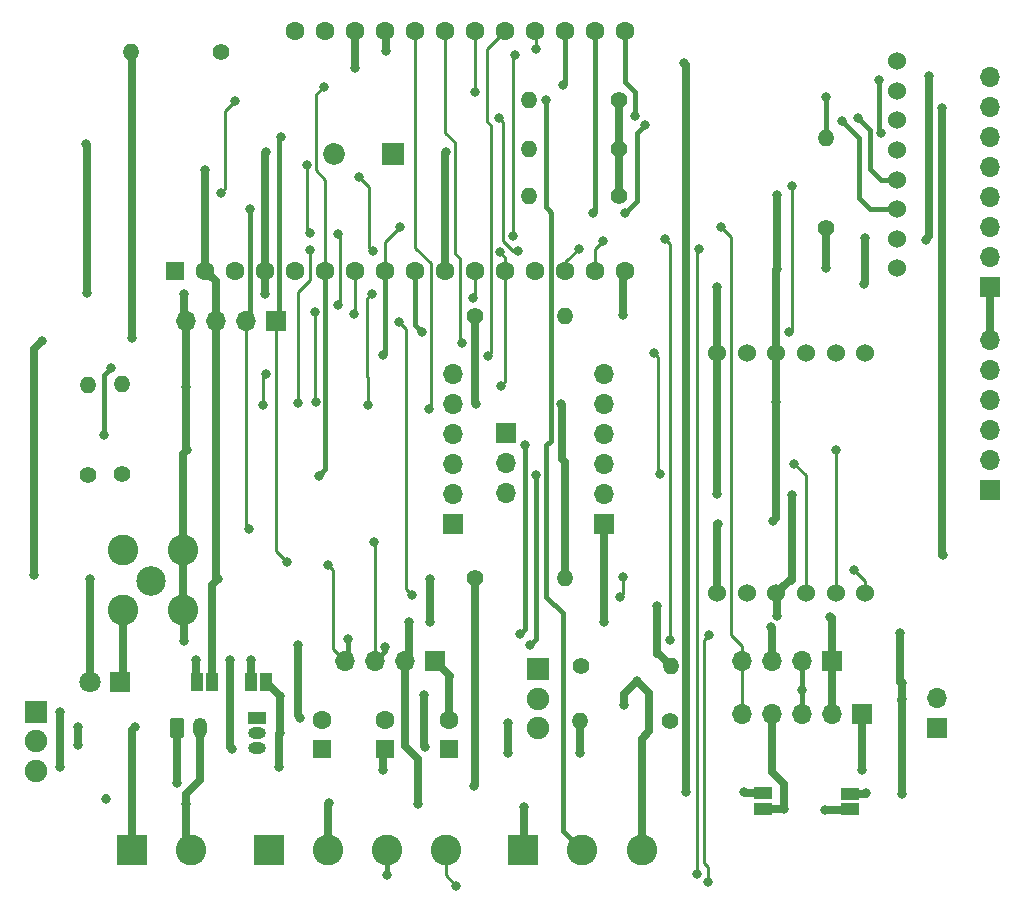
<source format=gbr>
%TF.GenerationSoftware,KiCad,Pcbnew,6.0.11-2627ca5db0~126~ubuntu22.04.1*%
%TF.CreationDate,2023-07-24T22:42:18-04:00*%
%TF.ProjectId,sweet-p,73776565-742d-4702-9e6b-696361645f70,rev?*%
%TF.SameCoordinates,Original*%
%TF.FileFunction,Copper,L2,Bot*%
%TF.FilePolarity,Positive*%
%FSLAX46Y46*%
G04 Gerber Fmt 4.6, Leading zero omitted, Abs format (unit mm)*
G04 Created by KiCad (PCBNEW 6.0.11-2627ca5db0~126~ubuntu22.04.1) date 2023-07-24 22:42:18*
%MOMM*%
%LPD*%
G01*
G04 APERTURE LIST*
G04 Aperture macros list*
%AMRoundRect*
0 Rectangle with rounded corners*
0 $1 Rounding radius*
0 $2 $3 $4 $5 $6 $7 $8 $9 X,Y pos of 4 corners*
0 Add a 4 corners polygon primitive as box body*
4,1,4,$2,$3,$4,$5,$6,$7,$8,$9,$2,$3,0*
0 Add four circle primitives for the rounded corners*
1,1,$1+$1,$2,$3*
1,1,$1+$1,$4,$5*
1,1,$1+$1,$6,$7*
1,1,$1+$1,$8,$9*
0 Add four rect primitives between the rounded corners*
20,1,$1+$1,$2,$3,$4,$5,0*
20,1,$1+$1,$4,$5,$6,$7,0*
20,1,$1+$1,$6,$7,$8,$9,0*
20,1,$1+$1,$8,$9,$2,$3,0*%
G04 Aperture macros list end*
%TA.AperFunction,ComponentPad*%
%ADD10R,1.700000X1.700000*%
%TD*%
%TA.AperFunction,ComponentPad*%
%ADD11O,1.700000X1.700000*%
%TD*%
%TA.AperFunction,ComponentPad*%
%ADD12R,2.600000X2.600000*%
%TD*%
%TA.AperFunction,ComponentPad*%
%ADD13C,2.600000*%
%TD*%
%TA.AperFunction,ComponentPad*%
%ADD14RoundRect,0.250000X-0.350000X-0.625000X0.350000X-0.625000X0.350000X0.625000X-0.350000X0.625000X0*%
%TD*%
%TA.AperFunction,ComponentPad*%
%ADD15O,1.200000X1.750000*%
%TD*%
%TA.AperFunction,SMDPad,CuDef*%
%ADD16R,1.500000X1.000000*%
%TD*%
%TA.AperFunction,SMDPad,CuDef*%
%ADD17R,1.000000X1.500000*%
%TD*%
%TA.AperFunction,ComponentPad*%
%ADD18R,1.900000X1.900000*%
%TD*%
%TA.AperFunction,ComponentPad*%
%ADD19C,1.900000*%
%TD*%
%TA.AperFunction,ComponentPad*%
%ADD20C,1.400000*%
%TD*%
%TA.AperFunction,ComponentPad*%
%ADD21O,1.400000X1.400000*%
%TD*%
%TA.AperFunction,ComponentPad*%
%ADD22C,1.800000*%
%TD*%
%TA.AperFunction,ComponentPad*%
%ADD23R,1.800000X1.800000*%
%TD*%
%TA.AperFunction,ComponentPad*%
%ADD24C,1.524000*%
%TD*%
%TA.AperFunction,ComponentPad*%
%ADD25O,1.500000X1.000000*%
%TD*%
%TA.AperFunction,ComponentPad*%
%ADD26R,1.500000X1.000000*%
%TD*%
%TA.AperFunction,ComponentPad*%
%ADD27C,2.500000*%
%TD*%
%TA.AperFunction,ComponentPad*%
%ADD28R,1.600000X1.600000*%
%TD*%
%TA.AperFunction,ComponentPad*%
%ADD29C,1.600000*%
%TD*%
%TA.AperFunction,ComponentPad*%
%ADD30R,1.850000X1.850000*%
%TD*%
%TA.AperFunction,ComponentPad*%
%ADD31C,1.850000*%
%TD*%
%TA.AperFunction,ViaPad*%
%ADD32C,0.800000*%
%TD*%
%TA.AperFunction,Conductor*%
%ADD33C,0.400000*%
%TD*%
%TA.AperFunction,Conductor*%
%ADD34C,0.250000*%
%TD*%
%TA.AperFunction,Conductor*%
%ADD35C,0.700000*%
%TD*%
G04 APERTURE END LIST*
D10*
%TO.P,J3,1,Pin_1*%
%TO.N,GND*%
X95350000Y-76200000D03*
D11*
%TO.P,J3,2,Pin_2*%
%TO.N,Net-(S1-Pad2)*%
X92810000Y-76200000D03*
%TO.P,J3,3,Pin_3*%
%TO.N,+3V3*%
X90270000Y-76200000D03*
%TO.P,J3,4,Pin_4*%
%TO.N,DONE*%
X87730000Y-76200000D03*
%TD*%
D12*
%TO.P,J5,1,Pin_1*%
%TO.N,+3V3*%
X69225000Y-92225000D03*
D13*
%TO.P,J5,2,Pin_2*%
%TO.N,ONEWIRE*%
X74225000Y-92225000D03*
%TO.P,J5,3,Pin_3*%
%TO.N,GND*%
X79225000Y-92225000D03*
%TD*%
D11*
%TO.P,J4,4,Pin_4*%
%TO.N,SDA*%
X54105000Y-76225000D03*
%TO.P,J4,3,Pin_3*%
%TO.N,SCL*%
X56645000Y-76225000D03*
%TO.P,J4,2,Pin_2*%
%TO.N,+3V3*%
X59185000Y-76225000D03*
D10*
%TO.P,J4,1,Pin_1*%
%TO.N,GND*%
X61725000Y-76225000D03*
%TD*%
D14*
%TO.P,J1,1,Pin_1*%
%TO.N,VEXT*%
X39875000Y-81900000D03*
D15*
%TO.P,J1,2,Pin_2*%
%TO.N,GND*%
X41875000Y-81900000D03*
%TD*%
D12*
%TO.P,J2,1,Pin_1*%
%TO.N,VEXT*%
X36075000Y-92225000D03*
D13*
%TO.P,J2,2,Pin_2*%
%TO.N,GND*%
X41075000Y-92225000D03*
%TD*%
D10*
%TO.P,J6,1,Pin_1*%
%TO.N,GND*%
X108725000Y-44550000D03*
D11*
%TO.P,J6,2,Pin_2*%
%TO.N,unconnected-(J6-Pad2)*%
X108725000Y-42010000D03*
%TO.P,J6,3,Pin_3*%
%TO.N,unconnected-(J6-Pad3)*%
X108725000Y-39470000D03*
%TO.P,J6,4,Pin_4*%
%TO.N,unconnected-(J6-Pad4)*%
X108725000Y-36930000D03*
%TO.P,J6,5,Pin_5*%
%TO.N,unconnected-(J6-Pad5)*%
X108725000Y-34390000D03*
%TO.P,J6,6,Pin_6*%
%TO.N,SAT_EN*%
X108725000Y-31850000D03*
%TO.P,J6,7,Pin_7*%
%TO.N,VEXT*%
X108725000Y-29310000D03*
%TO.P,J6,8,Pin_8*%
%TO.N,GND*%
X108725000Y-26770000D03*
%TD*%
D10*
%TO.P,J7,1,Pin_1*%
%TO.N,ADS_1*%
X67737500Y-56900000D03*
D11*
%TO.P,J7,2,Pin_2*%
%TO.N,ADS_2*%
X67737500Y-59440000D03*
%TO.P,J7,3,Pin_3*%
%TO.N,ADS_3*%
X67737500Y-61980000D03*
%TD*%
D10*
%TO.P,J8,1,Pin_1*%
%TO.N,unconnected-(J8-Pad1)*%
X108725000Y-61750000D03*
D11*
%TO.P,J8,2,Pin_2*%
%TO.N,RX2*%
X108725000Y-59210000D03*
%TO.P,J8,3,Pin_3*%
%TO.N,TX2*%
X108725000Y-56670000D03*
%TO.P,J8,4,Pin_4*%
%TO.N,+3V3*%
X108725000Y-54130000D03*
%TO.P,J8,5,Pin_5*%
%TO.N,unconnected-(J8-Pad5)*%
X108725000Y-51590000D03*
%TO.P,J8,6,Pin_6*%
%TO.N,GND*%
X108725000Y-49050000D03*
%TD*%
D12*
%TO.P,J9,1,Pin_1*%
%TO.N,GND*%
X47650000Y-92225000D03*
D13*
%TO.P,J9,2,Pin_2*%
%TO.N,+3V3*%
X52650000Y-92225000D03*
%TO.P,J9,3,Pin_3*%
%TO.N,RX*%
X57650000Y-92225000D03*
%TO.P,J9,4,Pin_4*%
%TO.N,TX*%
X62650000Y-92225000D03*
%TD*%
D16*
%TO.P,JP2,2,B*%
%TO.N,+3V3*%
X96850000Y-87425000D03*
%TO.P,JP2,1,A*%
%TO.N,Net-(U1-Pad4)*%
X96850000Y-88725000D03*
%TD*%
D17*
%TO.P,JP5,2,B*%
%TO.N,Net-(C2-Pad1)*%
X46150000Y-77975000D03*
%TO.P,JP5,1,A*%
%TO.N,Net-(C1-Pad1)*%
X47450000Y-77975000D03*
%TD*%
D16*
%TO.P,JP1,2,B*%
%TO.N,Net-(U1-Pad4)*%
X89550000Y-88700000D03*
%TO.P,JP1,1,A*%
%TO.N,VUSB*%
X89550000Y-87400000D03*
%TD*%
D17*
%TO.P,JP4,2,B*%
%TO.N,+3V3*%
X42875000Y-77975000D03*
%TO.P,JP4,1,A*%
%TO.N,Net-(C2-Pad1)*%
X41575000Y-77975000D03*
%TD*%
D10*
%TO.P,JP3,1,A*%
%TO.N,Net-(C2-Pad1)*%
X104225000Y-81850000D03*
D11*
%TO.P,JP3,2,B*%
%TO.N,+3V3*%
X104225000Y-79310000D03*
%TD*%
D18*
%TO.P,S2,1*%
%TO.N,Net-(C1-Pad1)*%
X27925000Y-80500000D03*
D19*
%TO.P,S2,2*%
%TO.N,VEXT*%
X27925000Y-83000000D03*
%TO.P,S2,3*%
%TO.N,unconnected-(S2-Pad3)*%
X27925000Y-85500000D03*
%TD*%
D20*
%TO.P,R15,1*%
%TO.N,Net-(R13-Pad2)*%
X65150000Y-46950000D03*
D21*
%TO.P,R15,2*%
%TO.N,GND*%
X72770000Y-46950000D03*
%TD*%
D11*
%TO.P,U1,5,DONE*%
%TO.N,DONE*%
X87740000Y-80700000D03*
%TO.P,U1,4,DRIVE*%
%TO.N,Net-(U1-Pad4)*%
X90280000Y-80700000D03*
%TO.P,U1,3,DELAY*%
%TO.N,Net-(S1-Pad2)*%
X92820000Y-80700000D03*
%TO.P,U1,2,GND*%
%TO.N,GND*%
X95360000Y-80700000D03*
D10*
%TO.P,U1,1,VDD*%
%TO.N,Net-(C2-Pad1)*%
X97900000Y-80700000D03*
%TD*%
D21*
%TO.P,R19,2*%
%TO.N,GND*%
X32375000Y-52780000D03*
D20*
%TO.P,R19,1*%
%TO.N,DONE*%
X32375000Y-60400000D03*
%TD*%
D22*
%TO.P,D1,2,A*%
%TO.N,Net-(D1-Pad2)*%
X32560000Y-77950000D03*
D23*
%TO.P,D1,1,K*%
%TO.N,GND*%
X35100000Y-77950000D03*
%TD*%
D24*
%TO.P,U6,1,GND*%
%TO.N,GND*%
X85650000Y-50112500D03*
%TO.P,U6,2,PPS*%
%TO.N,unconnected-(U6-Pad2)*%
X88150000Y-50112500D03*
%TO.P,U6,3,VIN*%
%TO.N,+3V3*%
X90650000Y-50112500D03*
%TO.P,U6,4,RXT*%
%TO.N,unconnected-(U6-Pad4)*%
X93150000Y-50112500D03*
%TO.P,U6,5,TXO*%
%TO.N,unconnected-(U6-Pad5)*%
X95650000Y-50112500D03*
%TO.P,U6,6,WAKE*%
%TO.N,unconnected-(U6-Pad6)*%
X98150000Y-50112500D03*
%TO.P,U6,7,RST*%
%TO.N,GPS_RST*%
X98150000Y-70432500D03*
%TO.P,U6,8,SDA*%
%TO.N,SDA*%
X95650000Y-70432500D03*
%TO.P,U6,9,SCL*%
%TO.N,SCL*%
X93150000Y-70432500D03*
%TO.P,U6,10,GND*%
%TO.N,GND*%
X90650000Y-70432500D03*
%TO.P,U6,11,3V*%
%TO.N,unconnected-(U6-Pad11)*%
X88150000Y-70432500D03*
%TO.P,U6,12,VIN*%
%TO.N,+3V3*%
X85650000Y-70432500D03*
%TD*%
D20*
%TO.P,R4,1*%
%TO.N,Net-(R3-Pad2)*%
X81605000Y-81300000D03*
D21*
%TO.P,R4,2*%
%TO.N,GND*%
X73985000Y-81300000D03*
%TD*%
D25*
%TO.P,U2,3,VOUT*%
%TO.N,Net-(C2-Pad1)*%
X46675000Y-83515000D03*
%TO.P,U2,2,VIN*%
%TO.N,Net-(C1-Pad1)*%
X46675000Y-82245000D03*
D26*
%TO.P,U2,1,GND*%
%TO.N,GND*%
X46675000Y-80975000D03*
%TD*%
D20*
%TO.P,R2,1*%
%TO.N,Net-(R1-Pad1)*%
X74100000Y-76625000D03*
D21*
%TO.P,R2,2*%
%TO.N,GND*%
X81720000Y-76625000D03*
%TD*%
%TO.P,R17,2*%
%TO.N,GND*%
X35225000Y-52745000D03*
D20*
%TO.P,R17,1*%
%TO.N,SAT_EN*%
X35225000Y-60365000D03*
%TD*%
%TO.P,R5,1*%
%TO.N,+3V3*%
X77295000Y-28650000D03*
D21*
%TO.P,R5,2*%
%TO.N,ONEWIRE*%
X69675000Y-28650000D03*
%TD*%
D13*
%TO.P,AE1,1,A*%
%TO.N,GND*%
X40365000Y-71890000D03*
X40365000Y-66810000D03*
X35285000Y-71890000D03*
X35285000Y-66810000D03*
D27*
%TO.P,AE1,2,Shield*%
%TO.N,Net-(AE1-Pad2)*%
X37725000Y-69425000D03*
%TD*%
D24*
%TO.P,U7,1,VIN*%
%TO.N,+3V3*%
X100885000Y-42925000D03*
%TO.P,U7,2,GND*%
%TO.N,GND*%
X100885000Y-40425000D03*
%TO.P,U7,3,SCL*%
%TO.N,SCL*%
X100885000Y-37925000D03*
%TO.P,U7,4,SDA*%
%TO.N,SDA*%
X100885000Y-35425000D03*
%TO.P,U7,5,VBAT*%
%TO.N,unconnected-(U7-Pad5)*%
X100885000Y-32925000D03*
%TO.P,U7,6,32K*%
%TO.N,unconnected-(U7-Pad6)*%
X100885000Y-30425000D03*
%TO.P,U7,7,SQW*%
%TO.N,RTC_INT*%
X100885000Y-27925000D03*
%TO.P,U7,8,RST*%
%TO.N,unconnected-(U7-Pad8)*%
X100885000Y-25425000D03*
%TD*%
D28*
%TO.P,C3,1*%
%TO.N,Net-(C2-Pad1)*%
X52146666Y-83678856D03*
D29*
%TO.P,C3,2*%
%TO.N,GND*%
X52146666Y-81178856D03*
%TD*%
D30*
%TO.P,BZ1,1*%
%TO.N,BUZZER*%
X58175000Y-33225000D03*
D31*
%TO.P,BZ1,2*%
%TO.N,GND*%
X53175000Y-33225000D03*
%TD*%
D20*
%TO.P,R13,1*%
%TO.N,VEXT*%
X65102500Y-69125000D03*
D21*
%TO.P,R13,2*%
%TO.N,Net-(R13-Pad2)*%
X72722500Y-69125000D03*
%TD*%
D11*
%TO.P,U3,12,A-*%
%TO.N,unconnected-(U3-Pad12)*%
X63272500Y-51880000D03*
%TO.P,U3,11,A0*%
%TO.N,Net-(R13-Pad2)*%
X63272500Y-54420000D03*
%TO.P,U3,10,A1*%
%TO.N,ADS_1*%
X63272500Y-56960000D03*
%TO.P,U3,9,A2*%
%TO.N,ADS_2*%
X63272500Y-59500000D03*
%TO.P,U3,8,A3*%
%TO.N,ADS_3*%
X63272500Y-62040000D03*
D10*
%TO.P,U3,7,A+*%
%TO.N,unconnected-(U3-Pad7)*%
X63272500Y-64580000D03*
D11*
%TO.P,U3,6,ALRT*%
%TO.N,unconnected-(U3-Pad6)*%
X76012500Y-51897500D03*
%TO.P,U3,5,ADDR*%
%TO.N,unconnected-(U3-Pad5)*%
X76012500Y-54437500D03*
%TO.P,U3,4,SDA*%
%TO.N,SDA*%
X76012500Y-56977500D03*
%TO.P,U3,3,SCL*%
%TO.N,SCL*%
X76012500Y-59517500D03*
%TO.P,U3,2,GND*%
%TO.N,GND*%
X76012500Y-62057500D03*
D10*
%TO.P,U3,1,VIN*%
%TO.N,+3V3*%
X76012500Y-64597500D03*
%TD*%
D20*
%TO.P,R7,1*%
%TO.N,LED*%
X43660000Y-24625000D03*
D21*
%TO.P,R7,2*%
%TO.N,Net-(D1-Pad2)*%
X36040000Y-24625000D03*
%TD*%
D20*
%TO.P,R12,1*%
%TO.N,+3V3*%
X77350000Y-36825000D03*
D21*
%TO.P,R12,2*%
%TO.N,SCL*%
X69730000Y-36825000D03*
%TD*%
D20*
%TO.P,R22,1*%
%TO.N,+3V3*%
X94875000Y-39535000D03*
D21*
%TO.P,R22,2*%
%TO.N,RTC_INT*%
X94875000Y-31915000D03*
%TD*%
D28*
%TO.P,C2,1*%
%TO.N,Net-(C2-Pad1)*%
X57535833Y-83678856D03*
D29*
%TO.P,C2,2*%
%TO.N,GND*%
X57535833Y-81178856D03*
%TD*%
D20*
%TO.P,R9,1*%
%TO.N,+3V3*%
X77360000Y-32875000D03*
D21*
%TO.P,R9,2*%
%TO.N,SDA*%
X69740000Y-32875000D03*
%TD*%
D18*
%TO.P,S1,1*%
%TO.N,Net-(R1-Pad1)*%
X70450000Y-76870000D03*
D19*
%TO.P,S1,2*%
%TO.N,Net-(S1-Pad2)*%
X70450000Y-79370000D03*
%TO.P,S1,3*%
%TO.N,Net-(R3-Pad2)*%
X70450000Y-81870000D03*
%TD*%
D10*
%TO.P,U4,4,SDA*%
%TO.N,SDA*%
X48275000Y-47375000D03*
D11*
%TO.P,U4,3,SCL*%
%TO.N,SCL*%
X45735000Y-47375000D03*
%TO.P,U4,2,3V3*%
%TO.N,+3V3*%
X43195000Y-47375000D03*
%TO.P,U4,1,GND*%
%TO.N,GND*%
X40655000Y-47375000D03*
%TD*%
D28*
%TO.P,C1,1*%
%TO.N,Net-(C1-Pad1)*%
X62925000Y-83678856D03*
D29*
%TO.P,C1,2*%
%TO.N,GND*%
X62925000Y-81178856D03*
%TD*%
%TO.P,A1,28,VBAT*%
%TO.N,unconnected-(A1-Pad28)*%
X49910000Y-22807500D03*
%TO.P,A1,27,EN*%
%TO.N,unconnected-(A1-Pad27)*%
X52450000Y-22807500D03*
%TO.P,A1,26,USB*%
%TO.N,VUSB*%
X54990000Y-22807500D03*
%TO.P,A1,25,D13*%
%TO.N,LED*%
X57530000Y-22807500D03*
%TO.P,A1,24,D12*%
%TO.N,TX2*%
X60070000Y-22807500D03*
%TO.P,A1,23,D11*%
%TO.N,RX2*%
X62610000Y-22807500D03*
%TO.P,A1,22,D10*%
%TO.N,SD_CS*%
X65150000Y-22807500D03*
%TO.P,A1,21,D9*%
%TO.N,LORA_RST*%
X67690000Y-22807500D03*
%TO.P,A1,20,D6*%
%TO.N,LORA_CS*%
X70230000Y-22807500D03*
%TO.P,A1,19,D5*%
%TO.N,ONEWIRE*%
X72770000Y-22807500D03*
%TO.P,A1,18,SCL/D21*%
%TO.N,SCL*%
X75310000Y-22807500D03*
%TO.P,A1,17,SDA/D20*%
%TO.N,SDA*%
X77850000Y-22807500D03*
%TO.P,A1,16,GND*%
%TO.N,GND*%
X77850000Y-43127500D03*
%TO.P,A1,15,TX/D1*%
%TO.N,TX*%
X75310000Y-43127500D03*
%TO.P,A1,14,RX/D0*%
%TO.N,RX*%
X72770000Y-43127500D03*
%TO.P,A1,13,MISO/D22*%
%TO.N,MISO*%
X70230000Y-43127500D03*
%TO.P,A1,12,MOSI/D23*%
%TO.N,MOSI*%
X67690000Y-43127500D03*
%TO.P,A1,11,SCK/D24*%
%TO.N,SCK*%
X65150000Y-43127500D03*
%TO.P,A1,10,A5*%
%TO.N,BUZZER*%
X62610000Y-43127500D03*
%TO.P,A1,9,A4*%
%TO.N,RTC_INT*%
X60070000Y-43127500D03*
%TO.P,A1,8,A3*%
%TO.N,DONE*%
X57530000Y-43127500D03*
%TO.P,A1,7,A2*%
%TO.N,GPS_RST*%
X54990000Y-43127500D03*
%TO.P,A1,6,A1*%
%TO.N,SAT_EN*%
X52450000Y-43127500D03*
%TO.P,A1,5,DAC0/A0*%
%TO.N,unconnected-(A1-Pad5)*%
X49910000Y-43127500D03*
%TO.P,A1,4,GND*%
%TO.N,GND*%
X47370000Y-43127500D03*
%TO.P,A1,3,AREF*%
%TO.N,unconnected-(A1-Pad3)*%
X44830000Y-43127500D03*
%TO.P,A1,2,3V3*%
%TO.N,+3V3*%
X42290000Y-43127500D03*
D28*
%TO.P,A1,1,~{RESET}*%
%TO.N,unconnected-(A1-Pad1)*%
X39750000Y-43127500D03*
%TD*%
D32*
%TO.N,RTC_INT*%
X91950000Y-36000000D03*
X91725000Y-48350000D03*
%TO.N,GND*%
X80550000Y-71500000D03*
%TO.N,+3V3*%
X43375000Y-69250000D03*
%TO.N,GPS_RST*%
X54900000Y-46825000D03*
X58700000Y-47500000D03*
X77675000Y-69100000D03*
X59750000Y-70575000D03*
X97250000Y-68525000D03*
X77400000Y-70775000D03*
%TO.N,MISO*%
X68800000Y-41475000D03*
%TO.N,MOSI*%
X67250000Y-41600000D03*
X55300000Y-35200000D03*
X56450000Y-41499500D03*
%TO.N,LORA_RST*%
X47150000Y-54550000D03*
X66225000Y-50375000D03*
X47450000Y-51875000D03*
%TO.N,MISO*%
X56375000Y-45100000D03*
X56025000Y-54550000D03*
%TO.N,MOSI*%
X67300000Y-52900000D03*
%TO.N,SD_CS*%
X44800000Y-28800000D03*
X43600000Y-36525000D03*
X65150000Y-27975000D03*
%TO.N,+3V3*%
X42275000Y-34600000D03*
%TO.N,MISO*%
X67125000Y-30200000D03*
%TO.N,SCK*%
X50900000Y-34225000D03*
X53501804Y-40050500D03*
X51175000Y-39925000D03*
X53525000Y-46050000D03*
X51550000Y-46625000D03*
X64975000Y-45475000D03*
X51650500Y-54275000D03*
%TO.N,LORA_CS*%
X68550000Y-24900000D03*
X51175000Y-41400000D03*
X70250000Y-24400000D03*
X68375000Y-40175000D03*
X50175000Y-54375000D03*
%TO.N,+3V3*%
X85672500Y-64597500D03*
%TO.N,RX2*%
X80750000Y-60325000D03*
X64025000Y-49275000D03*
X80300000Y-50075000D03*
%TO.N,SAT_EN*%
X52325000Y-27550000D03*
X99350000Y-27000000D03*
%TO.N,TX2*%
X61225000Y-54825000D03*
%TO.N,SAT_EN*%
X51900000Y-60500000D03*
X99525000Y-31450000D03*
%TO.N,RTC_INT*%
X60675000Y-48350000D03*
X94825000Y-28400000D03*
%TO.N,SCL*%
X96175000Y-30500000D03*
X77850000Y-38300000D03*
X79525000Y-30800000D03*
%TO.N,SDA*%
X97575000Y-30225000D03*
X78675000Y-30075000D03*
%TO.N,SCL*%
X75150000Y-38225000D03*
%TO.N,DONE*%
X57350000Y-50300000D03*
X34300000Y-51375000D03*
X33700000Y-57025000D03*
%TO.N,SCL*%
X46050000Y-37950000D03*
%TO.N,SDA*%
X48725000Y-31850000D03*
%TO.N,SCL*%
X69775000Y-74800000D03*
X57500000Y-74975000D03*
X70250000Y-60450000D03*
%TO.N,SDA*%
X54375000Y-74350000D03*
X68950000Y-73874500D03*
X69325000Y-57925000D03*
%TO.N,Net-(R13-Pad2)*%
X72369500Y-54425000D03*
%TO.N,SDA*%
X95725000Y-58325000D03*
%TO.N,SCL*%
X92150000Y-59475000D03*
%TO.N,DONE*%
X58800000Y-39425000D03*
X85925000Y-39425000D03*
%TO.N,SCL*%
X56550000Y-66150000D03*
X45975000Y-65025000D03*
%TO.N,SDA*%
X52675000Y-68075000D03*
X49225000Y-67800000D03*
%TO.N,TX*%
X84925000Y-74025000D03*
X81225000Y-40425000D03*
X81675000Y-74400000D03*
X75975000Y-40600500D03*
X63500000Y-95200000D03*
X84850000Y-94925000D03*
%TO.N,RX*%
X73900000Y-41300000D03*
X83900000Y-94250000D03*
X84100000Y-41325000D03*
%TO.N,Net-(C2-Pad1)*%
X97875000Y-85425000D03*
%TO.N,VUSB*%
X87925000Y-87300000D03*
X82825000Y-25550000D03*
X83000000Y-87275000D03*
X54925000Y-25950000D03*
%TO.N,RX*%
X57675000Y-94350000D03*
%TO.N,ONEWIRE*%
X72600000Y-27450000D03*
X71150000Y-28700000D03*
%TO.N,Net-(S1-Pad2)*%
X92800000Y-78625000D03*
%TO.N,+3V3*%
X101150000Y-73850000D03*
X69250000Y-88525000D03*
%TO.N,GND*%
X67925000Y-83975000D03*
X73985000Y-84015000D03*
%TO.N,+3V3*%
X90725000Y-36775000D03*
%TO.N,Net-(C1-Pad1)*%
X29950000Y-80525000D03*
X30025000Y-85125000D03*
%TO.N,VEXT*%
X31475000Y-83325000D03*
X31475000Y-81750000D03*
%TO.N,BUZZER*%
X62650000Y-33100000D03*
%TO.N,LED*%
X57550000Y-24575000D03*
%TO.N,GND*%
X40655000Y-52980000D03*
%TO.N,Net-(D1-Pad2)*%
X32550000Y-69225000D03*
X28500000Y-49075000D03*
X27800000Y-68900000D03*
X36075000Y-48875000D03*
%TO.N,Net-(C1-Pad1)*%
X60875000Y-83500000D03*
X60775000Y-79075000D03*
X48600000Y-79125000D03*
X48600000Y-82300000D03*
X48525000Y-85200000D03*
%TO.N,Net-(R13-Pad2)*%
X65205000Y-54420000D03*
%TO.N,VEXT*%
X39875000Y-86550000D03*
X65050000Y-86775000D03*
X104700000Y-29350000D03*
X104725000Y-67200000D03*
%TO.N,+3V3*%
X59575000Y-72925000D03*
%TO.N,GND*%
X67925000Y-81450000D03*
%TO.N,Net-(C2-Pad1)*%
X57375000Y-85450000D03*
X44575000Y-83600000D03*
X44425000Y-76100000D03*
%TO.N,GND*%
X50125000Y-74850000D03*
X50300000Y-80975000D03*
%TO.N,Net-(C2-Pad1)*%
X41525000Y-76100000D03*
X46125000Y-76100000D03*
%TO.N,+3V3*%
X52725000Y-88250000D03*
X60300000Y-88300000D03*
%TO.N,VEXT*%
X36350000Y-81750000D03*
%TO.N,Net-(U1-Pad4)*%
X94725000Y-88800000D03*
X91325000Y-88700000D03*
%TO.N,+3V3*%
X101300000Y-87425000D03*
X98225000Y-87400000D03*
%TO.N,GND*%
X32175000Y-32400000D03*
X32275000Y-45025000D03*
X47425000Y-33125000D03*
X40525000Y-45150000D03*
X47350000Y-45150000D03*
X40727500Y-58327500D03*
X40450000Y-74500000D03*
X40650000Y-88275000D03*
X33900000Y-87850000D03*
X77675000Y-46875000D03*
X103275000Y-40525000D03*
X103575000Y-26650000D03*
X98050000Y-44300000D03*
X98175000Y-40375000D03*
X85575000Y-44500000D03*
X85657500Y-62057500D03*
X91925000Y-62125000D03*
X95225000Y-72450000D03*
X90725000Y-72375000D03*
X78850000Y-77875000D03*
X77750000Y-79875000D03*
%TO.N,+3V3*%
X94825000Y-42925000D03*
X90725000Y-42975000D03*
X90650000Y-54250000D03*
X90350000Y-64350000D03*
X61350000Y-72925000D03*
X61325000Y-69250000D03*
X76075000Y-72925000D03*
X90175000Y-73350000D03*
X101250000Y-78025000D03*
X101250000Y-79425000D03*
%TD*%
D33*
%TO.N,SCL*%
X96175000Y-30500000D02*
X96225000Y-30500000D01*
X96225000Y-30500000D02*
X97600000Y-31875000D01*
X97600000Y-31875000D02*
X97600000Y-36975000D01*
X97600000Y-36975000D02*
X98550000Y-37925000D01*
X98550000Y-37925000D02*
X100885000Y-37925000D01*
%TO.N,SDA*%
X100885000Y-35425000D02*
X99500000Y-35425000D01*
X98600000Y-34525000D02*
X98600000Y-31250000D01*
X99500000Y-35425000D02*
X98600000Y-34525000D01*
X98600000Y-31250000D02*
X97575000Y-30225000D01*
D34*
%TO.N,RTC_INT*%
X91950000Y-48125000D02*
X91725000Y-48350000D01*
X91950000Y-36000000D02*
X91950000Y-48125000D01*
D35*
%TO.N,GND*%
X80550000Y-71500000D02*
X80525000Y-71525000D01*
X80525000Y-71525000D02*
X80525000Y-75625000D01*
X80525000Y-75625000D02*
X80720000Y-75625000D01*
X80720000Y-75625000D02*
X81720000Y-76625000D01*
%TO.N,+3V3*%
X43375000Y-69250000D02*
X42875000Y-69750000D01*
X42875000Y-69750000D02*
X42875000Y-77975000D01*
X43195000Y-47375000D02*
X43195000Y-69070000D01*
X43195000Y-69070000D02*
X43375000Y-69250000D01*
%TO.N,GND*%
X40727500Y-58327500D02*
X40365000Y-58690000D01*
X40365000Y-58690000D02*
X40365000Y-66810000D01*
D34*
%TO.N,GPS_RST*%
X59300000Y-70125000D02*
X59300000Y-66400000D01*
X59750000Y-70575000D02*
X59300000Y-70125000D01*
X98150000Y-69425000D02*
X97250000Y-68525000D01*
X98150000Y-70432500D02*
X98150000Y-69425000D01*
X59300000Y-66400000D02*
X59300000Y-48100000D01*
X59300000Y-48100000D02*
X58700000Y-47500000D01*
X77675000Y-70500000D02*
X77400000Y-70775000D01*
X77675000Y-69100000D02*
X77675000Y-70500000D01*
X54900000Y-46825000D02*
X54990000Y-46735000D01*
X54990000Y-46735000D02*
X54990000Y-43127500D01*
%TO.N,MISO*%
X68350000Y-41475000D02*
X68800000Y-41475000D01*
X67500000Y-40625000D02*
X68350000Y-41475000D01*
%TO.N,MOSI*%
X56450000Y-41499500D02*
X56175000Y-41224500D01*
X56175000Y-36075000D02*
X55300000Y-35200000D01*
X67690000Y-43127500D02*
X67690000Y-42040000D01*
X67690000Y-42040000D02*
X67250000Y-41600000D01*
X56175000Y-40100000D02*
X56175000Y-36075000D01*
X56175000Y-41224500D02*
X56175000Y-40100000D01*
%TO.N,LORA_RST*%
X66225000Y-50375000D02*
X66500000Y-50100000D01*
X66500000Y-50100000D02*
X66500000Y-30875000D01*
X66100000Y-30475000D02*
X66100000Y-24397500D01*
X66500000Y-30875000D02*
X66100000Y-30475000D01*
X66100000Y-24397500D02*
X67690000Y-22807500D01*
X47150000Y-54550000D02*
X47150000Y-52175000D01*
X47150000Y-52175000D02*
X47450000Y-51875000D01*
%TO.N,MISO*%
X56025000Y-52150000D02*
X56000000Y-52125000D01*
X56000000Y-52125000D02*
X56000000Y-45475000D01*
X56025000Y-54550000D02*
X56025000Y-52150000D01*
X56000000Y-45475000D02*
X56375000Y-45100000D01*
%TO.N,MOSI*%
X67690000Y-43127500D02*
X67690000Y-52510000D01*
X67690000Y-52510000D02*
X67300000Y-52900000D01*
%TO.N,SD_CS*%
X44000000Y-36125000D02*
X44000000Y-34175000D01*
X43600000Y-36525000D02*
X44000000Y-36125000D01*
X44000000Y-29600000D02*
X44800000Y-28800000D01*
X44000000Y-34175000D02*
X44000000Y-29600000D01*
X65150000Y-27975000D02*
X65150000Y-22807500D01*
%TO.N,MOSI*%
X67227500Y-43127500D02*
X67690000Y-43127500D01*
D35*
%TO.N,+3V3*%
X42290000Y-36185000D02*
X42290000Y-43127500D01*
X42290000Y-35510000D02*
X42290000Y-36185000D01*
X42275000Y-34600000D02*
X42275000Y-36170000D01*
X42275000Y-36170000D02*
X42290000Y-36185000D01*
D34*
%TO.N,MISO*%
X67125000Y-30200000D02*
X67500000Y-30575000D01*
X67500000Y-36950000D02*
X67500000Y-40625000D01*
X67500000Y-30575000D02*
X67500000Y-36950000D01*
%TO.N,SCK*%
X50925000Y-39300000D02*
X50875000Y-39350000D01*
X50900000Y-37375000D02*
X50925000Y-37400000D01*
X50900000Y-34225000D02*
X50900000Y-37375000D01*
X50875000Y-39350000D02*
X50875000Y-39625000D01*
X50925000Y-37400000D02*
X50925000Y-39300000D01*
X50875000Y-39625000D02*
X51175000Y-39925000D01*
X53700000Y-40248696D02*
X53700000Y-45875000D01*
X53501804Y-40050500D02*
X53700000Y-40248696D01*
X53700000Y-45875000D02*
X53525000Y-46050000D01*
X51550000Y-46625000D02*
X51550000Y-54174500D01*
X51550000Y-54174500D02*
X51650500Y-54275000D01*
X65150000Y-45300000D02*
X64975000Y-45475000D01*
X65150000Y-43127500D02*
X65150000Y-45300000D01*
X51650500Y-54275000D02*
X51625000Y-54249500D01*
%TO.N,LORA_CS*%
X51175000Y-41450000D02*
X51175000Y-41400000D01*
X68375000Y-25075000D02*
X68550000Y-24900000D01*
X68375000Y-40175000D02*
X68375000Y-25075000D01*
X70250000Y-24400000D02*
X70250000Y-22827500D01*
X70250000Y-22827500D02*
X70230000Y-22807500D01*
X50175000Y-44925000D02*
X51175000Y-43925000D01*
X50175000Y-54375000D02*
X50175000Y-44925000D01*
X51175000Y-43925000D02*
X51175000Y-41450000D01*
D35*
%TO.N,+3V3*%
X85650000Y-70432500D02*
X85650000Y-64620000D01*
X85650000Y-64620000D02*
X85672500Y-64597500D01*
D34*
%TO.N,RX2*%
X63475000Y-41700000D02*
X63825000Y-42050000D01*
X80650000Y-51775000D02*
X80650000Y-60225000D01*
X80650000Y-60225000D02*
X80750000Y-60325000D01*
X63875000Y-42100000D02*
X63875000Y-43850000D01*
X63325000Y-32175000D02*
X63475000Y-32325000D01*
X80650000Y-50425000D02*
X80650000Y-51775000D01*
X63825000Y-42050000D02*
X63875000Y-42100000D01*
X63875000Y-49125000D02*
X64025000Y-49275000D01*
X63475000Y-34550000D02*
X63475000Y-41700000D01*
X62610000Y-31460000D02*
X63325000Y-32175000D01*
X63475000Y-32325000D02*
X63475000Y-34550000D01*
X80300000Y-50075000D02*
X80650000Y-50425000D01*
X62610000Y-22807500D02*
X62610000Y-31460000D01*
X63875000Y-43850000D02*
X63875000Y-49125000D01*
%TO.N,SAT_EN*%
X51700000Y-30750000D02*
X51700000Y-28400000D01*
X51700000Y-28400000D02*
X51700000Y-28175000D01*
X51700000Y-28175000D02*
X52325000Y-27550000D01*
D33*
X99350000Y-31300000D02*
X99350000Y-27000000D01*
D34*
X52450000Y-35425000D02*
X51675000Y-34650000D01*
X52450000Y-43127500D02*
X52450000Y-35425000D01*
X51675000Y-34650000D02*
X51675000Y-30775000D01*
X51675000Y-30775000D02*
X51700000Y-30750000D01*
%TO.N,TX2*%
X61400000Y-52425000D02*
X61400000Y-42525000D01*
X60070000Y-22807500D02*
X60070000Y-41195000D01*
X60070000Y-41195000D02*
X61400000Y-42525000D01*
X61225000Y-54825000D02*
X61400000Y-54650000D01*
X61400000Y-54650000D02*
X61400000Y-52425000D01*
D33*
%TO.N,SAT_EN*%
X52450000Y-59950000D02*
X51900000Y-60500000D01*
X52450000Y-43127500D02*
X52450000Y-59950000D01*
X99525000Y-31450000D02*
X99500000Y-31450000D01*
X99500000Y-31450000D02*
X99350000Y-31300000D01*
X99525000Y-31450000D02*
X99400000Y-31325000D01*
%TO.N,RTC_INT*%
X60070000Y-47745000D02*
X60675000Y-48350000D01*
X60070000Y-43127500D02*
X60070000Y-47745000D01*
X94825000Y-28400000D02*
X94825000Y-31865000D01*
X94825000Y-31865000D02*
X94875000Y-31915000D01*
%TO.N,SCL*%
X78875000Y-31450000D02*
X78875000Y-37150000D01*
X78875000Y-37150000D02*
X78875000Y-37275000D01*
X79525000Y-30800000D02*
X78875000Y-31450000D01*
X78875000Y-37275000D02*
X77850000Y-38300000D01*
%TO.N,SDA*%
X78675000Y-28000000D02*
X78675000Y-30075000D01*
X78650000Y-27975000D02*
X78675000Y-28000000D01*
X77850000Y-22807500D02*
X77850000Y-27175000D01*
X77850000Y-27175000D02*
X78650000Y-27975000D01*
%TO.N,SCL*%
X75310000Y-22807500D02*
X75310000Y-38065000D01*
X75310000Y-38065000D02*
X75150000Y-38225000D01*
%TO.N,DONE*%
X33700000Y-51975000D02*
X34300000Y-51375000D01*
X33700000Y-57025000D02*
X33700000Y-51975000D01*
X57530000Y-50120000D02*
X57530000Y-43127500D01*
X57350000Y-50300000D02*
X57530000Y-50120000D01*
%TO.N,SCL*%
X46050000Y-37950000D02*
X46050000Y-47060000D01*
X46050000Y-47060000D02*
X45735000Y-47375000D01*
%TO.N,SDA*%
X48725000Y-31850000D02*
X48570000Y-32005000D01*
X48570000Y-47080000D02*
X48275000Y-47375000D01*
X48570000Y-32005000D02*
X48570000Y-47080000D01*
%TO.N,SCL*%
X70250000Y-60450000D02*
X70250000Y-74325000D01*
X70250000Y-74325000D02*
X69775000Y-74800000D01*
X57500000Y-74975000D02*
X57500000Y-75370000D01*
X57500000Y-75370000D02*
X56645000Y-76225000D01*
%TO.N,SDA*%
X54375000Y-74350000D02*
X54375000Y-75955000D01*
X69325000Y-73499500D02*
X68950000Y-73874500D01*
X69325000Y-57925000D02*
X69325000Y-73499500D01*
X54375000Y-75955000D02*
X54105000Y-76225000D01*
D35*
%TO.N,Net-(R13-Pad2)*%
X72450000Y-54505500D02*
X72450000Y-59100000D01*
X72369500Y-54425000D02*
X72450000Y-54505500D01*
X72722500Y-59372500D02*
X72722500Y-69125000D01*
X72450000Y-59100000D02*
X72722500Y-59372500D01*
D34*
%TO.N,SDA*%
X95650000Y-58400000D02*
X95650000Y-70432500D01*
X95725000Y-58325000D02*
X95650000Y-58400000D01*
%TO.N,SCL*%
X93150000Y-60475000D02*
X92150000Y-59475000D01*
X93150000Y-70432500D02*
X93150000Y-60475000D01*
%TO.N,DONE*%
X57530000Y-43127500D02*
X57530000Y-40695000D01*
X57530000Y-40695000D02*
X58800000Y-39425000D01*
X86800000Y-73975000D02*
X86800000Y-40300000D01*
X86800000Y-40300000D02*
X85925000Y-39425000D01*
X87720000Y-74895000D02*
X86800000Y-73975000D01*
X87720000Y-76150000D02*
X87720000Y-74895000D01*
X87740000Y-80700000D02*
X87740000Y-76170000D01*
X87740000Y-76170000D02*
X87720000Y-76150000D01*
%TO.N,SCL*%
X45735000Y-64785000D02*
X45975000Y-65025000D01*
X45735000Y-47375000D02*
X45735000Y-64785000D01*
X56550000Y-66150000D02*
X56645000Y-66245000D01*
X56645000Y-66245000D02*
X56645000Y-76225000D01*
%TO.N,SDA*%
X48275000Y-47375000D02*
X48275000Y-66850000D01*
X48275000Y-66850000D02*
X49225000Y-67800000D01*
X53075000Y-68475000D02*
X52675000Y-68075000D01*
X53075000Y-75195000D02*
X53075000Y-74225000D01*
X54105000Y-76225000D02*
X53075000Y-75195000D01*
X53075000Y-74225000D02*
X53075000Y-68475000D01*
%TO.N,TX*%
X84550000Y-74400000D02*
X84925000Y-74025000D01*
X84550000Y-75925000D02*
X84550000Y-74400000D01*
X81650000Y-74375000D02*
X81650000Y-70575000D01*
X81650000Y-40850000D02*
X81225000Y-40425000D01*
X81650000Y-70575000D02*
X81650000Y-40850000D01*
X81675000Y-74400000D02*
X81650000Y-74375000D01*
X75975000Y-40600500D02*
X75310000Y-41265500D01*
X75310000Y-41265500D02*
X75310000Y-43127500D01*
X84500000Y-90600000D02*
X84500000Y-84850000D01*
X84850000Y-94925000D02*
X84850000Y-93650000D01*
X84500000Y-84850000D02*
X84550000Y-84800000D01*
X84575000Y-93375000D02*
X84500000Y-93300000D01*
X62650000Y-92225000D02*
X62650000Y-94350000D01*
X62650000Y-94350000D02*
X63500000Y-95200000D01*
X84550000Y-84800000D02*
X84550000Y-75925000D01*
X84500000Y-93300000D02*
X84500000Y-90600000D01*
X84850000Y-93650000D02*
X84575000Y-93375000D01*
%TO.N,RX*%
X72950000Y-42250000D02*
X72900000Y-42250000D01*
X83900000Y-94250000D02*
X83900000Y-82050000D01*
X83900000Y-82050000D02*
X83900000Y-41525000D01*
X83900000Y-41525000D02*
X84100000Y-41325000D01*
X73900000Y-41300000D02*
X72950000Y-42250000D01*
X72900000Y-42250000D02*
X72770000Y-42380000D01*
X72770000Y-42380000D02*
X72770000Y-43127500D01*
D35*
%TO.N,Net-(C2-Pad1)*%
X97875000Y-85425000D02*
X97875000Y-82350000D01*
%TO.N,VUSB*%
X83025000Y-80175000D02*
X83025000Y-25750000D01*
X88025000Y-87400000D02*
X87925000Y-87300000D01*
X83025000Y-25750000D02*
X82825000Y-25550000D01*
X83025000Y-87250000D02*
X83025000Y-80175000D01*
X83000000Y-87275000D02*
X83025000Y-87250000D01*
X89550000Y-87400000D02*
X88025000Y-87400000D01*
X54925000Y-25950000D02*
X54925000Y-22872500D01*
X54925000Y-22872500D02*
X54990000Y-22807500D01*
D33*
%TO.N,RX*%
X57650000Y-92225000D02*
X57650000Y-94325000D01*
X57650000Y-94325000D02*
X57675000Y-94350000D01*
%TO.N,ONEWIRE*%
X72600000Y-27450000D02*
X72770000Y-27280000D01*
X72770000Y-27280000D02*
X72770000Y-22807500D01*
X71570000Y-38220000D02*
X71375000Y-38025000D01*
X71125000Y-30475000D02*
X71125000Y-28725000D01*
X71570000Y-57530000D02*
X71570000Y-38220000D01*
X71175000Y-57925000D02*
X71570000Y-57530000D01*
X71125000Y-28725000D02*
X71150000Y-28700000D01*
X71375000Y-38025000D02*
X71125000Y-37775000D01*
X71125000Y-37775000D02*
X71125000Y-30475000D01*
X71175000Y-70750000D02*
X71175000Y-57925000D01*
X72550000Y-90550000D02*
X72550000Y-89575000D01*
X74225000Y-92225000D02*
X72550000Y-90550000D01*
X72550000Y-89575000D02*
X72550000Y-72125000D01*
X72550000Y-72125000D02*
X71175000Y-70750000D01*
%TO.N,Net-(S1-Pad2)*%
X92800000Y-78625000D02*
X92800000Y-80680000D01*
X92800000Y-76150000D02*
X92800000Y-78625000D01*
X92800000Y-80680000D02*
X92820000Y-80700000D01*
D35*
%TO.N,+3V3*%
X101150000Y-73850000D02*
X101150000Y-77925000D01*
X101150000Y-77925000D02*
X101250000Y-78025000D01*
X69250000Y-88525000D02*
X69250000Y-92200000D01*
X69250000Y-92200000D02*
X69225000Y-92225000D01*
%TO.N,GND*%
X73985000Y-84015000D02*
X73985000Y-81300000D01*
X67925000Y-81450000D02*
X67925000Y-83975000D01*
%TO.N,+3V3*%
X90725000Y-42975000D02*
X90725000Y-36775000D01*
X77360000Y-32875000D02*
X77360000Y-28715000D01*
X77360000Y-28715000D02*
X77295000Y-28650000D01*
X77350000Y-36825000D02*
X77350000Y-32885000D01*
X77350000Y-32885000D02*
X77360000Y-32875000D01*
%TO.N,Net-(C1-Pad1)*%
X30025000Y-85125000D02*
X30025000Y-80600000D01*
X30025000Y-80600000D02*
X29950000Y-80525000D01*
%TO.N,VEXT*%
X31475000Y-81750000D02*
X31475000Y-83325000D01*
%TO.N,BUZZER*%
X62610000Y-33140000D02*
X62650000Y-33100000D01*
X62610000Y-43127500D02*
X62610000Y-33140000D01*
%TO.N,LED*%
X57550000Y-24575000D02*
X57550000Y-22827500D01*
X57550000Y-22827500D02*
X57530000Y-22807500D01*
%TO.N,GND*%
X40655000Y-47375000D02*
X40655000Y-52980000D01*
X40655000Y-52980000D02*
X40655000Y-58255000D01*
%TO.N,Net-(D1-Pad2)*%
X36075000Y-48875000D02*
X36075000Y-24660000D01*
X36075000Y-24660000D02*
X36040000Y-24625000D01*
X27800000Y-68900000D02*
X27800000Y-49775000D01*
X32560000Y-69235000D02*
X32550000Y-69225000D01*
X32560000Y-77950000D02*
X32560000Y-69235000D01*
X27800000Y-49775000D02*
X28500000Y-49075000D01*
%TO.N,GND*%
X35285000Y-71890000D02*
X35285000Y-77765000D01*
X35285000Y-77765000D02*
X35100000Y-77950000D01*
%TO.N,Net-(C1-Pad1)*%
X60775000Y-83400000D02*
X60875000Y-83500000D01*
X60775000Y-79075000D02*
X60775000Y-83400000D01*
X47450000Y-77975000D02*
X48600000Y-79125000D01*
X48600000Y-79125000D02*
X48600000Y-82300000D01*
X48525000Y-82375000D02*
X48600000Y-82300000D01*
X48525000Y-85200000D02*
X48525000Y-82375000D01*
%TO.N,Net-(R13-Pad2)*%
X65205000Y-54420000D02*
X65150000Y-54365000D01*
X65150000Y-54365000D02*
X65150000Y-46950000D01*
%TO.N,VEXT*%
X39875000Y-86550000D02*
X39875000Y-81900000D01*
X65102500Y-86722500D02*
X65050000Y-86775000D01*
X65102500Y-69125000D02*
X65102500Y-86722500D01*
X104700000Y-67175000D02*
X104725000Y-67200000D01*
X104700000Y-29350000D02*
X104700000Y-67175000D01*
%TO.N,+3V3*%
X59575000Y-72925000D02*
X59575000Y-75835000D01*
X59575000Y-75835000D02*
X59185000Y-76225000D01*
%TO.N,Net-(C2-Pad1)*%
X57375000Y-85450000D02*
X57375000Y-83839689D01*
X57375000Y-83839689D02*
X57535833Y-83678856D01*
X97900000Y-82325000D02*
X97875000Y-82350000D01*
X97900000Y-80700000D02*
X97900000Y-82325000D01*
X44425000Y-83450000D02*
X44575000Y-83600000D01*
X44425000Y-76100000D02*
X44425000Y-83450000D01*
%TO.N,GND*%
X50125000Y-74850000D02*
X50125000Y-80800000D01*
X50125000Y-80800000D02*
X50300000Y-80975000D01*
%TO.N,Net-(C2-Pad1)*%
X46150000Y-77975000D02*
X46150000Y-76125000D01*
X41525000Y-77925000D02*
X41575000Y-77975000D01*
X46150000Y-76125000D02*
X46125000Y-76100000D01*
X41525000Y-76100000D02*
X41525000Y-77925000D01*
%TO.N,GND*%
X40650000Y-88275000D02*
X40650000Y-87450000D01*
X40650000Y-87450000D02*
X41875000Y-86225000D01*
X41875000Y-86225000D02*
X41875000Y-81900000D01*
X62925000Y-81178856D02*
X62925000Y-77575000D01*
X62925000Y-77575000D02*
X63000000Y-77500000D01*
%TO.N,+3V3*%
X60300000Y-84475000D02*
X59185000Y-83360000D01*
X52650000Y-88325000D02*
X52725000Y-88250000D01*
X52650000Y-92225000D02*
X52650000Y-88325000D01*
X60300000Y-88300000D02*
X60300000Y-84475000D01*
X59185000Y-83360000D02*
X59185000Y-76225000D01*
%TO.N,GND*%
X73950000Y-81335000D02*
X73985000Y-81300000D01*
X63000000Y-77500000D02*
X61725000Y-76225000D01*
%TO.N,VEXT*%
X36075000Y-82025000D02*
X36350000Y-81750000D01*
X36075000Y-92225000D02*
X36075000Y-82025000D01*
%TO.N,+3V3*%
X52675000Y-92250000D02*
X52650000Y-92225000D01*
%TO.N,GND*%
X79225000Y-82775000D02*
X79875000Y-82125000D01*
X79225000Y-92225000D02*
X79225000Y-82775000D01*
X79875000Y-82125000D02*
X79875000Y-78900000D01*
X79875000Y-78900000D02*
X78850000Y-77875000D01*
%TO.N,Net-(U1-Pad4)*%
X90280000Y-80700000D02*
X90280000Y-85580000D01*
X91325000Y-86625000D02*
X91325000Y-88700000D01*
X90280000Y-85580000D02*
X91325000Y-86625000D01*
X96775000Y-88800000D02*
X96850000Y-88725000D01*
X89550000Y-88700000D02*
X91325000Y-88700000D01*
X94725000Y-88800000D02*
X96775000Y-88800000D01*
%TO.N,+3V3*%
X96850000Y-87425000D02*
X98200000Y-87425000D01*
X98200000Y-87425000D02*
X98225000Y-87400000D01*
X101300000Y-87425000D02*
X101250000Y-87375000D01*
X101250000Y-87375000D02*
X101250000Y-79425000D01*
%TO.N,GND*%
X32275000Y-32500000D02*
X32175000Y-32400000D01*
X32275000Y-45025000D02*
X32275000Y-32500000D01*
X47370000Y-33180000D02*
X47425000Y-33125000D01*
X47370000Y-43127500D02*
X47370000Y-33180000D01*
X40525000Y-45150000D02*
X40525000Y-47245000D01*
X47370000Y-43127500D02*
X47370000Y-45130000D01*
X47370000Y-45130000D02*
X47350000Y-45150000D01*
X40525000Y-47245000D02*
X40655000Y-47375000D01*
X40655000Y-58255000D02*
X40727500Y-58327500D01*
X40450000Y-71975000D02*
X40365000Y-71890000D01*
X40450000Y-74500000D02*
X40450000Y-71975000D01*
X40365000Y-66810000D02*
X40365000Y-71890000D01*
X40650000Y-91800000D02*
X41075000Y-92225000D01*
X33875000Y-87825000D02*
X33900000Y-87850000D01*
X40650000Y-88275000D02*
X40650000Y-91800000D01*
X77675000Y-43302500D02*
X77850000Y-43127500D01*
X77675000Y-46875000D02*
X77675000Y-43302500D01*
X103575000Y-40225000D02*
X103275000Y-40525000D01*
X103575000Y-26650000D02*
X103575000Y-40225000D01*
X108725000Y-44550000D02*
X108725000Y-49050000D01*
X98175000Y-44175000D02*
X98050000Y-44300000D01*
X98175000Y-40375000D02*
X98175000Y-44175000D01*
X85650000Y-44575000D02*
X85575000Y-44500000D01*
X85650000Y-50112500D02*
X85650000Y-44575000D01*
X85650000Y-50112500D02*
X85650000Y-62050000D01*
X85650000Y-62050000D02*
X85657500Y-62057500D01*
X91925000Y-69300000D02*
X91850000Y-69375000D01*
X91925000Y-62125000D02*
X91925000Y-69300000D01*
X91850000Y-69375000D02*
X91707500Y-69375000D01*
X91707500Y-69375000D02*
X90650000Y-70432500D01*
X95360000Y-72585000D02*
X95225000Y-72450000D01*
X95360000Y-80700000D02*
X95360000Y-72585000D01*
X90725000Y-72375000D02*
X90725000Y-70507500D01*
X90725000Y-70507500D02*
X90650000Y-70432500D01*
X77750000Y-78975000D02*
X78850000Y-77875000D01*
X77750000Y-79875000D02*
X77750000Y-78975000D01*
%TO.N,+3V3*%
X94875000Y-39535000D02*
X94875000Y-42875000D01*
X94875000Y-42875000D02*
X94825000Y-42925000D01*
X90650000Y-43050000D02*
X90725000Y-42975000D01*
X90650000Y-50112500D02*
X90650000Y-43050000D01*
X90650000Y-64050000D02*
X90650000Y-54250000D01*
X90650000Y-54250000D02*
X90650000Y-50112500D01*
X90350000Y-64350000D02*
X90650000Y-64050000D01*
X43195000Y-47375000D02*
X43195000Y-44032500D01*
X43195000Y-44032500D02*
X42290000Y-43127500D01*
X61350000Y-72925000D02*
X61350000Y-69275000D01*
X61350000Y-69275000D02*
X61325000Y-69250000D01*
X90260000Y-76150000D02*
X90260000Y-73435000D01*
X90260000Y-73435000D02*
X90175000Y-73350000D01*
X76075000Y-72925000D02*
X76012500Y-72862500D01*
X76012500Y-72862500D02*
X76012500Y-64597500D01*
X101250000Y-79425000D02*
X101250000Y-78025000D01*
X101225000Y-79450000D02*
X101250000Y-79425000D01*
%TD*%
M02*

</source>
